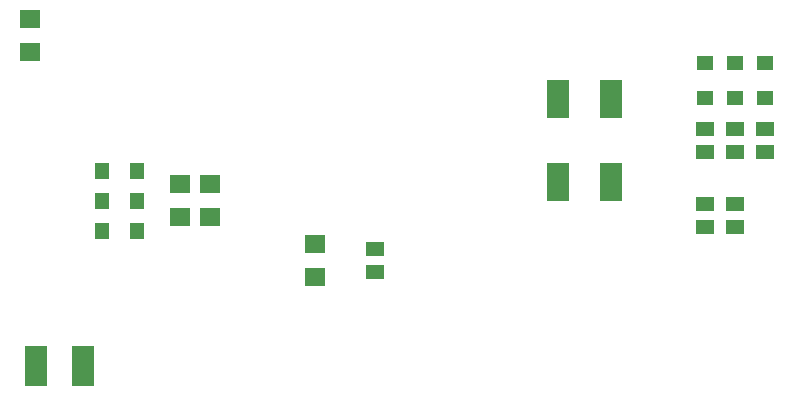
<source format=gbp>
G75*
%MOIN*%
%OFA0B0*%
%FSLAX24Y24*%
%IPPOS*%
%LPD*%
%AMOC8*
5,1,8,0,0,1.08239X$1,22.5*
%
%ADD10R,0.0748X0.1339*%
%ADD11R,0.0709X0.0630*%
%ADD12R,0.0472X0.0551*%
%ADD13R,0.0630X0.0512*%
%ADD14R,0.0591X0.0512*%
%ADD15R,0.0551X0.0472*%
%ADD16R,0.0750X0.1250*%
D10*
X010332Y001700D03*
X011868Y001700D03*
D11*
X015100Y006649D03*
X016100Y006649D03*
X016100Y007751D03*
X015100Y007751D03*
X019600Y005751D03*
X019600Y004649D03*
X010100Y012149D03*
X010100Y013251D03*
D12*
X012509Y008200D03*
X013691Y008200D03*
X013691Y007200D03*
X013691Y006200D03*
X012509Y006200D03*
X012509Y007200D03*
D13*
X021600Y005574D03*
X021600Y004826D03*
D14*
X032600Y006326D03*
X032600Y007074D03*
X033600Y007074D03*
X033600Y006326D03*
X033600Y008826D03*
X032600Y008826D03*
X032600Y009574D03*
X033600Y009574D03*
X034600Y009574D03*
X034600Y008826D03*
D15*
X034600Y010609D03*
X033600Y010609D03*
X032600Y010609D03*
X032600Y011791D03*
X033600Y011791D03*
X034600Y011791D03*
D16*
X029475Y010575D03*
X027725Y010575D03*
X027725Y007825D03*
X029475Y007825D03*
M02*

</source>
